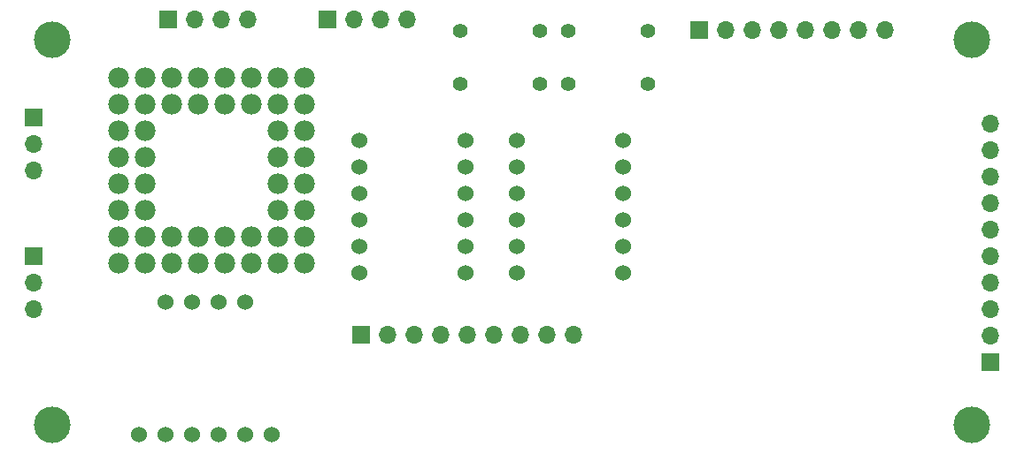
<source format=gbr>
%TF.GenerationSoftware,KiCad,Pcbnew,8.0.4*%
%TF.CreationDate,2024-08-08T16:53:51-05:00*%
%TF.ProjectId,GP2040-RE,47503230-3430-42d5-9245-2e6b69636164,rev?*%
%TF.SameCoordinates,Original*%
%TF.FileFunction,Soldermask,Bot*%
%TF.FilePolarity,Negative*%
%FSLAX46Y46*%
G04 Gerber Fmt 4.6, Leading zero omitted, Abs format (unit mm)*
G04 Created by KiCad (PCBNEW 8.0.4) date 2024-08-08 16:53:51*
%MOMM*%
%LPD*%
G01*
G04 APERTURE LIST*
%ADD10C,3.500000*%
%ADD11R,1.700000X1.700000*%
%ADD12O,1.700000X1.700000*%
%ADD13C,1.524000*%
%ADD14C,1.397000*%
%ADD15C,1.981200*%
G04 APERTURE END LIST*
D10*
%TO.C,H1*%
X244538000Y-54992600D03*
%TD*%
%TO.C,H2*%
X244538000Y-91940600D03*
%TD*%
%TO.C,H3*%
X156576000Y-91940600D03*
%TD*%
%TO.C,H4*%
X156576000Y-54992600D03*
%TD*%
D11*
%TO.C,J13*%
X167640000Y-53060600D03*
D12*
X170180000Y-53060600D03*
X172720000Y-53060600D03*
X175260000Y-53060600D03*
%TD*%
D13*
%TO.C,U3*%
X185928000Y-64691800D03*
X185928000Y-67231800D03*
X185928000Y-69771800D03*
X185928000Y-72311800D03*
X185928000Y-74851800D03*
X185928000Y-77391800D03*
X196088000Y-64691800D03*
X196088000Y-67231800D03*
X196088000Y-69771800D03*
X196088000Y-72311800D03*
X196088000Y-74851800D03*
X196088000Y-77391800D03*
%TD*%
D11*
%TO.C,J10*%
X246355000Y-85906600D03*
D12*
X246355000Y-83366600D03*
X246355000Y-80826600D03*
X246355000Y-78286600D03*
X246355000Y-75746600D03*
X246355000Y-73206600D03*
X246355000Y-70666600D03*
X246355000Y-68126600D03*
X246355000Y-65586600D03*
X246355000Y-63046600D03*
%TD*%
D11*
%TO.C,J11*%
X154787600Y-75746600D03*
D12*
X154787600Y-78286600D03*
X154787600Y-80826600D03*
%TD*%
D11*
%TO.C,J12*%
X154761800Y-62452000D03*
D12*
X154761800Y-64992000D03*
X154761800Y-67532000D03*
%TD*%
D14*
%TO.C,SW1*%
X205917800Y-54152800D03*
X213537800Y-54152800D03*
X205917800Y-59232800D03*
X213537800Y-59232800D03*
%TD*%
D12*
%TO.C,J8*%
X236220000Y-54127800D03*
X233680000Y-54127800D03*
X231140000Y-54127800D03*
X228600000Y-54127800D03*
X226060000Y-54127800D03*
X223520000Y-54127800D03*
X220980000Y-54127800D03*
D11*
X218440000Y-54127800D03*
%TD*%
D13*
%TO.C,U2*%
X201015600Y-64691800D03*
X201015600Y-67231800D03*
X201015600Y-69771800D03*
X201015600Y-72311800D03*
X201015600Y-74851800D03*
X201015600Y-77391800D03*
X211175600Y-64691800D03*
X211175600Y-67231800D03*
X211175600Y-69771800D03*
X211175600Y-72311800D03*
X211175600Y-74851800D03*
X211175600Y-77391800D03*
%TD*%
D11*
%TO.C,J9*%
X186115800Y-83287000D03*
D12*
X188655800Y-83287000D03*
X191195800Y-83287000D03*
X193735800Y-83287000D03*
X196275800Y-83287000D03*
X198815800Y-83287000D03*
X201355800Y-83287000D03*
X203895800Y-83287000D03*
X206435800Y-83287000D03*
%TD*%
D13*
%TO.C,U4*%
X164894800Y-92862400D03*
X167434800Y-92862400D03*
X169974800Y-92862400D03*
X172514800Y-92862400D03*
X175054800Y-92862400D03*
X177594800Y-92862400D03*
X167434800Y-80162400D03*
X169974800Y-80162400D03*
X172514800Y-80162400D03*
X175054800Y-80162400D03*
%TD*%
D12*
%TO.C,J1*%
X190500000Y-53060600D03*
X187960000Y-53060600D03*
X185420000Y-53060600D03*
D11*
X182880000Y-53060600D03*
%TD*%
D15*
%TO.C,U1*%
X180721000Y-76428600D03*
X178181000Y-76428600D03*
X175641000Y-76428600D03*
X173101000Y-76428600D03*
X170561000Y-76428600D03*
X168021000Y-76428600D03*
X165481000Y-76428600D03*
X162941000Y-76428600D03*
X180721000Y-73888600D03*
X178181000Y-73888600D03*
X175641000Y-73888600D03*
X173101000Y-73888600D03*
X170561000Y-73888600D03*
X168021000Y-73888600D03*
X165481000Y-73888600D03*
X162941000Y-73888600D03*
X180721000Y-71348600D03*
X178181000Y-71348600D03*
X165481000Y-71348600D03*
X162941000Y-71348600D03*
X180721000Y-68808600D03*
X178181000Y-68808600D03*
X165481000Y-68808600D03*
X162941000Y-68808600D03*
X180721000Y-66268600D03*
X178181000Y-66268600D03*
X165481000Y-66268600D03*
X162941000Y-66268600D03*
X180721000Y-63728600D03*
X178181000Y-63728600D03*
X165481000Y-63728600D03*
X162941000Y-63728600D03*
X180721000Y-61188600D03*
X178181000Y-61188600D03*
X175641000Y-61188600D03*
X173101000Y-61188600D03*
X170561000Y-61188600D03*
X168021000Y-61188600D03*
X165481000Y-61188600D03*
X162941000Y-61188600D03*
X180721000Y-58648600D03*
X178181000Y-58648600D03*
X175641000Y-58648600D03*
X173101000Y-58648600D03*
X170561000Y-58648600D03*
X168021000Y-58648600D03*
X165481000Y-58648600D03*
X162941000Y-58648600D03*
%TD*%
D14*
%TO.C,SW2*%
X195580000Y-54178200D03*
X203200000Y-54178200D03*
X195580000Y-59258200D03*
X203200000Y-59258200D03*
%TD*%
M02*

</source>
